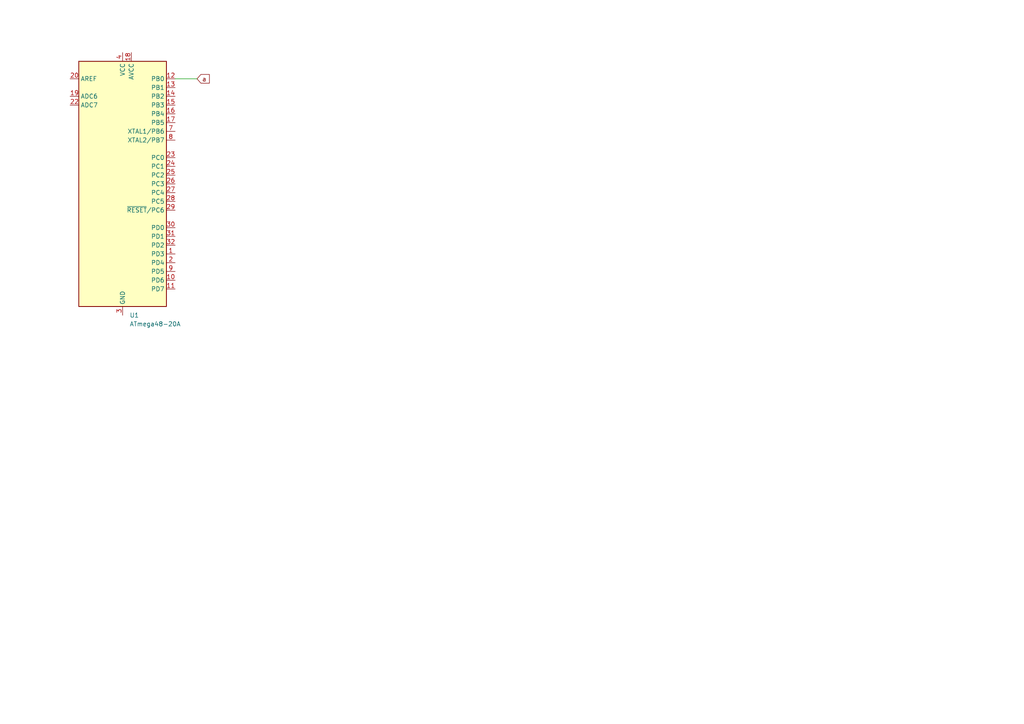
<source format=kicad_sch>
(kicad_sch (version 20211123) (generator eeschema)

  (uuid 9a09d4ab-4044-43d9-a595-7c395b3cdc4e)

  (paper "A4")

  (lib_symbols
    (symbol "MCU_Microchip_ATmega:ATmega48-20A" (in_bom yes) (on_board yes)
      (property "Reference" "U" (id 0) (at -12.7 36.83 0)
        (effects (font (size 1.27 1.27)) (justify left bottom))
      )
      (property "Value" "ATmega48-20A" (id 1) (at 2.54 -36.83 0)
        (effects (font (size 1.27 1.27)) (justify left top))
      )
      (property "Footprint" "Package_QFP:TQFP-32_7x7mm_P0.8mm" (id 2) (at 0 0 0)
        (effects (font (size 1.27 1.27) italic) hide)
      )
      (property "Datasheet" "http://ww1.microchip.com/downloads/en/DeviceDoc/Atmel-2545-8-bit-AVR-Microcontroller-ATmega48-88-168_Datasheet.pdf" (id 3) (at 0 0 0)
        (effects (font (size 1.27 1.27)) hide)
      )
      (property "ki_keywords" "AVR 8bit Microcontroller MegaAVR" (id 4) (at 0 0 0)
        (effects (font (size 1.27 1.27)) hide)
      )
      (property "ki_description" "20MHz, 4kB Flash, 512B SRAM, 256B EEPROM, TQFP-32" (id 5) (at 0 0 0)
        (effects (font (size 1.27 1.27)) hide)
      )
      (property "ki_fp_filters" "TQFP*7x7mm*P0.8mm*" (id 6) (at 0 0 0)
        (effects (font (size 1.27 1.27)) hide)
      )
      (symbol "ATmega48-20A_0_1"
        (rectangle (start -12.7 -35.56) (end 12.7 35.56)
          (stroke (width 0.254) (type default) (color 0 0 0 0))
          (fill (type background))
        )
      )
      (symbol "ATmega48-20A_1_1"
        (pin bidirectional line (at 15.24 -20.32 180) (length 2.54)
          (name "PD3" (effects (font (size 1.27 1.27))))
          (number "1" (effects (font (size 1.27 1.27))))
        )
        (pin bidirectional line (at 15.24 -27.94 180) (length 2.54)
          (name "PD6" (effects (font (size 1.27 1.27))))
          (number "10" (effects (font (size 1.27 1.27))))
        )
        (pin bidirectional line (at 15.24 -30.48 180) (length 2.54)
          (name "PD7" (effects (font (size 1.27 1.27))))
          (number "11" (effects (font (size 1.27 1.27))))
        )
        (pin bidirectional line (at 15.24 30.48 180) (length 2.54)
          (name "PB0" (effects (font (size 1.27 1.27))))
          (number "12" (effects (font (size 1.27 1.27))))
        )
        (pin bidirectional line (at 15.24 27.94 180) (length 2.54)
          (name "PB1" (effects (font (size 1.27 1.27))))
          (number "13" (effects (font (size 1.27 1.27))))
        )
        (pin bidirectional line (at 15.24 25.4 180) (length 2.54)
          (name "PB2" (effects (font (size 1.27 1.27))))
          (number "14" (effects (font (size 1.27 1.27))))
        )
        (pin bidirectional line (at 15.24 22.86 180) (length 2.54)
          (name "PB3" (effects (font (size 1.27 1.27))))
          (number "15" (effects (font (size 1.27 1.27))))
        )
        (pin bidirectional line (at 15.24 20.32 180) (length 2.54)
          (name "PB4" (effects (font (size 1.27 1.27))))
          (number "16" (effects (font (size 1.27 1.27))))
        )
        (pin bidirectional line (at 15.24 17.78 180) (length 2.54)
          (name "PB5" (effects (font (size 1.27 1.27))))
          (number "17" (effects (font (size 1.27 1.27))))
        )
        (pin power_in line (at 2.54 38.1 270) (length 2.54)
          (name "AVCC" (effects (font (size 1.27 1.27))))
          (number "18" (effects (font (size 1.27 1.27))))
        )
        (pin input line (at -15.24 25.4 0) (length 2.54)
          (name "ADC6" (effects (font (size 1.27 1.27))))
          (number "19" (effects (font (size 1.27 1.27))))
        )
        (pin bidirectional line (at 15.24 -22.86 180) (length 2.54)
          (name "PD4" (effects (font (size 1.27 1.27))))
          (number "2" (effects (font (size 1.27 1.27))))
        )
        (pin passive line (at -15.24 30.48 0) (length 2.54)
          (name "AREF" (effects (font (size 1.27 1.27))))
          (number "20" (effects (font (size 1.27 1.27))))
        )
        (pin passive line (at 0 -38.1 90) (length 2.54) hide
          (name "GND" (effects (font (size 1.27 1.27))))
          (number "21" (effects (font (size 1.27 1.27))))
        )
        (pin input line (at -15.24 22.86 0) (length 2.54)
          (name "ADC7" (effects (font (size 1.27 1.27))))
          (number "22" (effects (font (size 1.27 1.27))))
        )
        (pin bidirectional line (at 15.24 7.62 180) (length 2.54)
          (name "PC0" (effects (font (size 1.27 1.27))))
          (number "23" (effects (font (size 1.27 1.27))))
        )
        (pin bidirectional line (at 15.24 5.08 180) (length 2.54)
          (name "PC1" (effects (font (size 1.27 1.27))))
          (number "24" (effects (font (size 1.27 1.27))))
        )
        (pin bidirectional line (at 15.24 2.54 180) (length 2.54)
          (name "PC2" (effects (font (size 1.27 1.27))))
          (number "25" (effects (font (size 1.27 1.27))))
        )
        (pin bidirectional line (at 15.24 0 180) (length 2.54)
          (name "PC3" (effects (font (size 1.27 1.27))))
          (number "26" (effects (font (size 1.27 1.27))))
        )
        (pin bidirectional line (at 15.24 -2.54 180) (length 2.54)
          (name "PC4" (effects (font (size 1.27 1.27))))
          (number "27" (effects (font (size 1.27 1.27))))
        )
        (pin bidirectional line (at 15.24 -5.08 180) (length 2.54)
          (name "PC5" (effects (font (size 1.27 1.27))))
          (number "28" (effects (font (size 1.27 1.27))))
        )
        (pin bidirectional line (at 15.24 -7.62 180) (length 2.54)
          (name "~{RESET}/PC6" (effects (font (size 1.27 1.27))))
          (number "29" (effects (font (size 1.27 1.27))))
        )
        (pin power_in line (at 0 -38.1 90) (length 2.54)
          (name "GND" (effects (font (size 1.27 1.27))))
          (number "3" (effects (font (size 1.27 1.27))))
        )
        (pin bidirectional line (at 15.24 -12.7 180) (length 2.54)
          (name "PD0" (effects (font (size 1.27 1.27))))
          (number "30" (effects (font (size 1.27 1.27))))
        )
        (pin bidirectional line (at 15.24 -15.24 180) (length 2.54)
          (name "PD1" (effects (font (size 1.27 1.27))))
          (number "31" (effects (font (size 1.27 1.27))))
        )
        (pin bidirectional line (at 15.24 -17.78 180) (length 2.54)
          (name "PD2" (effects (font (size 1.27 1.27))))
          (number "32" (effects (font (size 1.27 1.27))))
        )
        (pin power_in line (at 0 38.1 270) (length 2.54)
          (name "VCC" (effects (font (size 1.27 1.27))))
          (number "4" (effects (font (size 1.27 1.27))))
        )
        (pin passive line (at 0 -38.1 90) (length 2.54) hide
          (name "GND" (effects (font (size 1.27 1.27))))
          (number "5" (effects (font (size 1.27 1.27))))
        )
        (pin passive line (at 0 38.1 270) (length 2.54) hide
          (name "VCC" (effects (font (size 1.27 1.27))))
          (number "6" (effects (font (size 1.27 1.27))))
        )
        (pin bidirectional line (at 15.24 15.24 180) (length 2.54)
          (name "XTAL1/PB6" (effects (font (size 1.27 1.27))))
          (number "7" (effects (font (size 1.27 1.27))))
        )
        (pin bidirectional line (at 15.24 12.7 180) (length 2.54)
          (name "XTAL2/PB7" (effects (font (size 1.27 1.27))))
          (number "8" (effects (font (size 1.27 1.27))))
        )
        (pin bidirectional line (at 15.24 -25.4 180) (length 2.54)
          (name "PD5" (effects (font (size 1.27 1.27))))
          (number "9" (effects (font (size 1.27 1.27))))
        )
      )
    )
  )


  (wire (pts (xy 50.8 22.86) (xy 57.15 22.86))
    (stroke (width 0) (type default) (color 0 0 0 0))
    (uuid 497c5045-805c-4bbc-8f61-95dab0c34d23)
  )

  (global_label "a" (shape input) (at 57.15 22.86 0) (fields_autoplaced)
    (effects (font (size 1.27 1.27)) (justify left))
    (uuid 08c721f9-1395-4751-a754-ea21939c08f8)
    (property "Intersheet References" "${INTERSHEET_REFS}" (id 0) (at 60.7121 22.7806 0)
      (effects (font (size 1.27 1.27)) (justify left) hide)
    )
  )

  (symbol (lib_id "MCU_Microchip_ATmega:ATmega48-20A") (at 35.56 53.34 0) (unit 1)
    (in_bom yes) (on_board yes) (fields_autoplaced)
    (uuid 287db51d-cf51-4686-af72-9857810a8ff3)
    (property "Reference" "U1" (id 0) (at 37.5794 91.44 0)
      (effects (font (size 1.27 1.27)) (justify left))
    )
    (property "Value" "ATmega48-20A" (id 1) (at 37.5794 93.98 0)
      (effects (font (size 1.27 1.27)) (justify left))
    )
    (property "Footprint" "Package_QFP:TQFP-32_7x7mm_P0.8mm" (id 2) (at 35.56 53.34 0)
      (effects (font (size 1.27 1.27) italic) hide)
    )
    (property "Datasheet" "http://ww1.microchip.com/downloads/en/DeviceDoc/Atmel-2545-8-bit-AVR-Microcontroller-ATmega48-88-168_Datasheet.pdf" (id 3) (at 35.56 53.34 0)
      (effects (font (size 1.27 1.27)) hide)
    )
    (pin "1" (uuid 861e5cfa-323c-46b4-afef-207a2cb281ba))
    (pin "10" (uuid 5c98c896-f753-4c25-b66c-175c8f298241))
    (pin "11" (uuid a8731993-7515-46bb-8f79-fbdab8ace755))
    (pin "12" (uuid 91caca2a-120e-4ae7-8bbb-253d4e267904))
    (pin "13" (uuid bbe538a8-51e9-4d13-b61b-092abd83d180))
    (pin "14" (uuid 6accc607-4fd2-450a-ac12-187747ff212f))
    (pin "15" (uuid f792ed06-65a9-4491-bb59-6d04586a3a16))
    (pin "16" (uuid 837570cf-f7bc-4fd6-95dd-a55ce5261aec))
    (pin "17" (uuid 81ed93b4-bd0b-4c85-8967-ce3c4aabd08c))
    (pin "18" (uuid a6b541e6-95be-4ddc-8dc4-6e3d03e1a9d4))
    (pin "19" (uuid b4c88960-3f84-4943-90cf-d5b86553603c))
    (pin "2" (uuid e66204f7-1eb6-47e2-aef5-8deed8d368ca))
    (pin "20" (uuid 0959d653-6d1d-4b80-8219-a3b895b8c5eb))
    (pin "21" (uuid 9f426a7d-12eb-469f-a3b3-2ebd7ebee135))
    (pin "22" (uuid 57817647-0544-4313-9b3d-28b1a142118c))
    (pin "23" (uuid d1cab8d6-f1f3-425a-8217-2a575ae49738))
    (pin "24" (uuid ce65b953-b538-4853-b28d-f0488621aac4))
    (pin "25" (uuid 4749ced0-e334-4966-845d-46e8f19cbe1a))
    (pin "26" (uuid 0c1c632f-bb0f-4104-b53f-233fc300e2f5))
    (pin "27" (uuid 40a43999-7cc9-4be7-b850-e1cb13c41993))
    (pin "28" (uuid c01ec65a-4abb-46d1-9248-2e725c6600ce))
    (pin "29" (uuid 124aedf1-24b5-4875-a400-84236e60a9ae))
    (pin "3" (uuid f2fd67e8-c597-492e-82e5-748e0fc07a13))
    (pin "30" (uuid e232286e-df89-4f4c-8920-1a4e34cd88c9))
    (pin "31" (uuid 5c379d8e-fee6-4ab9-83fc-63f1b37787bc))
    (pin "32" (uuid 3b690496-a740-4050-baab-e411cde54b78))
    (pin "4" (uuid 380dc63e-56ee-484b-868b-50cb4946f996))
    (pin "5" (uuid bb2039a0-c4e4-4eee-a2dc-9219d91b6e09))
    (pin "6" (uuid 01f9884e-5fcd-4704-b70e-de5f56d55d0c))
    (pin "7" (uuid 337fb28f-4213-4e26-8ff2-4cfc237e895f))
    (pin "8" (uuid a19f22f3-f8bf-4c3b-bc2b-34dd8524ff3d))
    (pin "9" (uuid 8732dde3-2ff1-41d5-9f63-a3b0530e8599))
  )

  (sheet_instances
    (path "/" (page "1"))
  )

  (symbol_instances
    (path "/287db51d-cf51-4686-af72-9857810a8ff3"
      (reference "U1") (unit 1) (value "ATmega48-20A") (footprint "Package_QFP:TQFP-32_7x7mm_P0.8mm")
    )
  )
)

</source>
